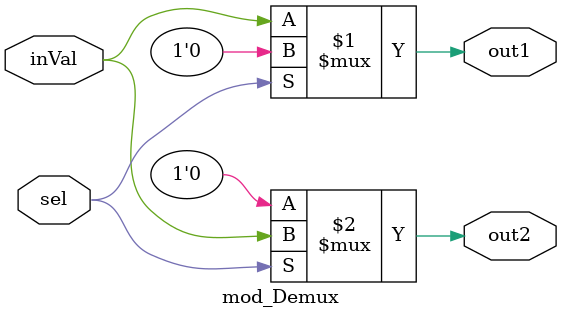
<source format=v>
`timescale 1ns / 1ps
module mod_Demux(inVal,out1,out2,sel);
	input inVal;
	output out1;
	output out2;
	input sel;
	wire out1 = sel ? 1'b0 : inVal;
	wire out2 = sel ? inVal : 1'b0;
endmodule

</source>
